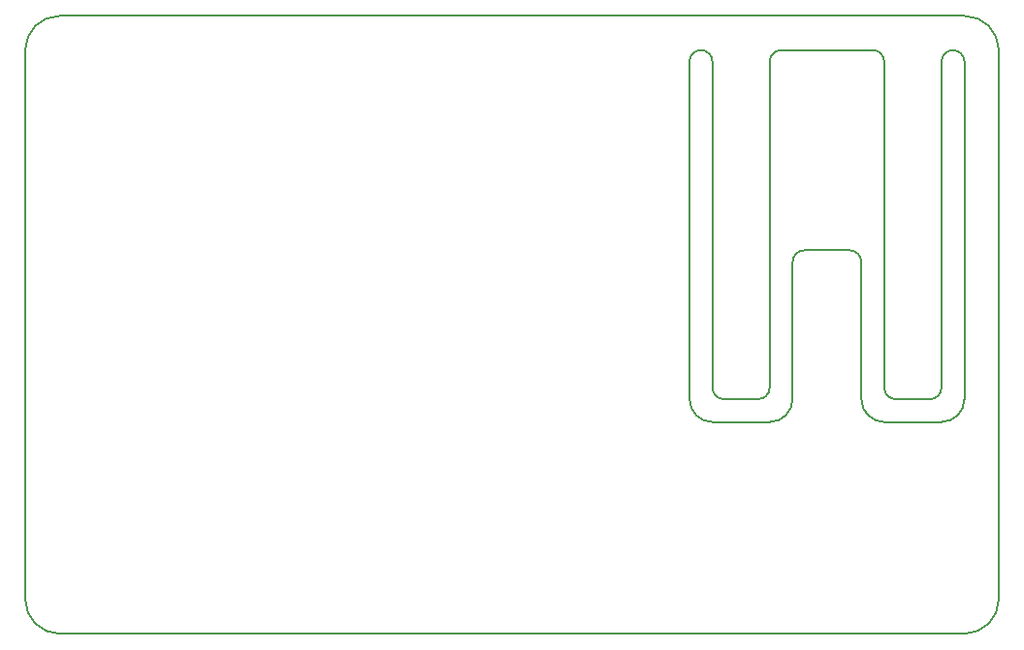
<source format=gbr>
G04 #@! TF.FileFunction,Profile,NP*
%FSLAX46Y46*%
G04 Gerber Fmt 4.6, Leading zero omitted, Abs format (unit mm)*
G04 Created by KiCad (PCBNEW 4.0.7) date 06/26/18 11:25:45*
%MOMM*%
%LPD*%
G01*
G04 APERTURE LIST*
%ADD10C,0.100000*%
%ADD11C,0.150000*%
G04 APERTURE END LIST*
D10*
D11*
X126000000Y-58000000D02*
G75*
G03X125000000Y-59000000I0J-1000000D01*
G01*
X135000000Y-59000000D02*
G75*
G03X134000000Y-58000000I-1000000J0D01*
G01*
X134000000Y-58000000D02*
X126000000Y-58000000D01*
X136000000Y-88500000D02*
X139000000Y-88500000D01*
X121000000Y-88500000D02*
X124000000Y-88500000D01*
X120000000Y-87500000D02*
X120000000Y-87500000D01*
X125000000Y-59000000D02*
X125000000Y-87500000D01*
X124000000Y-88500000D02*
G75*
G03X125000000Y-87500000I0J1000000D01*
G01*
X120000000Y-87500000D02*
G75*
G03X121000000Y-88500000I1000000J0D01*
G01*
X139000000Y-88500000D02*
G75*
G03X140000000Y-87500000I0J1000000D01*
G01*
X140000000Y-59000000D02*
X140000000Y-87500000D01*
X142000000Y-59000000D02*
X142000000Y-60000000D01*
X142000000Y-59000000D02*
G75*
G03X141000000Y-58000000I-1000000J0D01*
G01*
X141000000Y-58000000D02*
G75*
G03X140000000Y-59000000I0J-1000000D01*
G01*
X118000000Y-59000000D02*
X118000000Y-60000000D01*
X120000000Y-59000000D02*
G75*
G03X119000000Y-58000000I-1000000J0D01*
G01*
X119000000Y-58000000D02*
G75*
G03X118000000Y-59000000I0J-1000000D01*
G01*
X120000000Y-59000000D02*
X120000000Y-87500000D01*
X135000000Y-87500000D02*
G75*
G03X136000000Y-88500000I1000000J0D01*
G01*
X135000000Y-59000000D02*
X135000000Y-87500000D01*
X125000000Y-90500000D02*
G75*
G03X127000000Y-88500000I0J2000000D01*
G01*
X133000000Y-88500000D02*
G75*
G03X135000000Y-90500000I2000000J0D01*
G01*
X132000000Y-75500000D02*
X128000000Y-75500000D01*
X128000000Y-75500000D02*
G75*
G03X127000000Y-76500000I0J-1000000D01*
G01*
X133000000Y-76500000D02*
G75*
G03X132000000Y-75500000I-1000000J0D01*
G01*
X140000000Y-90500000D02*
X135000000Y-90500000D01*
X133000000Y-88500000D02*
X133000000Y-76500000D01*
X125000000Y-90500000D02*
X120000000Y-90500000D01*
X127000000Y-88500000D02*
X127000000Y-76500000D01*
X118000000Y-60000000D02*
X118000000Y-88500000D01*
X118000000Y-88500000D02*
G75*
G03X120000000Y-90500000I2000000J0D01*
G01*
X140000000Y-90500000D02*
G75*
G03X142000000Y-88500000I0J2000000D01*
G01*
X142000000Y-60000000D02*
X142000000Y-88500000D01*
X142000000Y-109000000D02*
G75*
G03X145000000Y-106000000I0J3000000D01*
G01*
X145000000Y-58000000D02*
G75*
G03X142000000Y-55000000I-3000000J0D01*
G01*
X60000000Y-106000000D02*
G75*
G03X63000000Y-109000000I3000000J0D01*
G01*
X63000000Y-55000000D02*
G75*
G03X60000000Y-58000000I0J-3000000D01*
G01*
X63000000Y-109000000D02*
X142000000Y-109000000D01*
X60000000Y-106000000D02*
X60000000Y-58000000D01*
X145000000Y-58000000D02*
X145000000Y-106000000D01*
X63000000Y-55000000D02*
X142000000Y-55000000D01*
M02*

</source>
